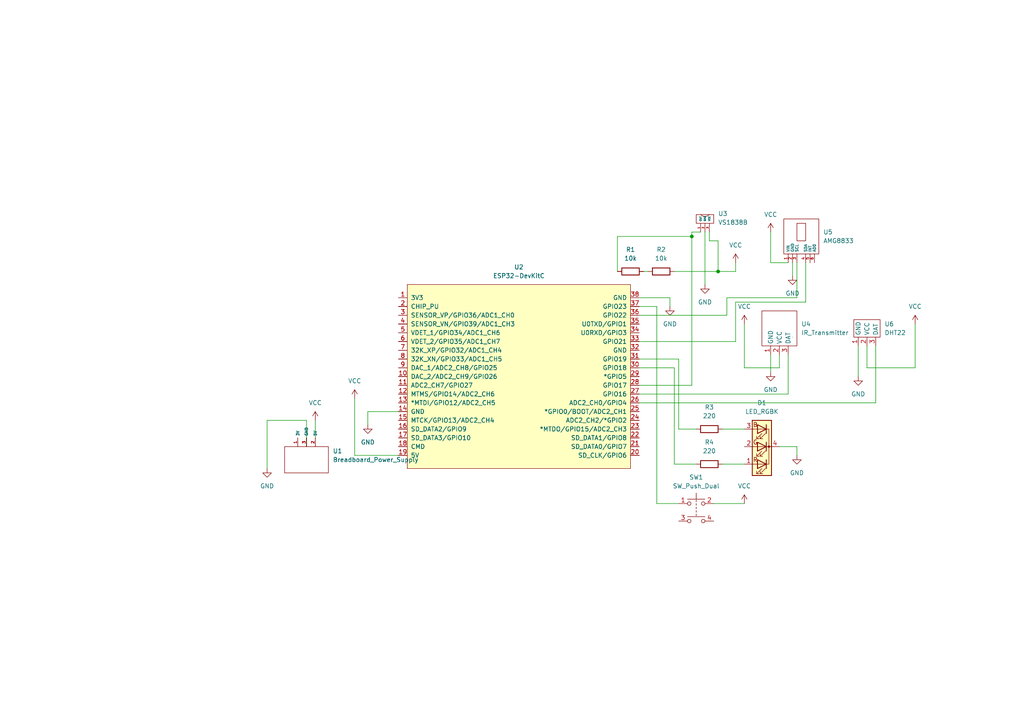
<source format=kicad_sch>
(kicad_sch (version 20211123) (generator eeschema)
  (paper "A4")
  (lib_symbols
    (symbol "AMG8833_1"
      (property "Reference" "U" (at 0 6.35 0))
      (property "Value" "AMG8833_1" (at 0 3.81 0))
      (symbol "AMG8833_1_0_1"
        (rectangle (start -5.08 2.54) (end 5.08 -7.62))
        (rectangle (start -1.27 1.27) (end 1.27 -3.81))
      )
      (symbol "AMG8833_1_1_1"
        (pin bidirectional line (at -3.81 -10.16 90) (length 2.54) (name "VIN") (number "1"))
        (pin bidirectional line (at -2.54 -10.16 90) (length 2.54) (name "GND") (number "2"))
        (pin bidirectional line (at -1.27 -10.16 90) (length 2.54) (name "SCL") (number "3"))
        (pin bidirectional line (at 1.27 -10.16 90) (length 2.54) (name "SDA") (number "4"))
        (pin bidirectional line (at 2.54 -10.16 90) (length 2.54) (name "INT") (number "5"))
        (pin bidirectional line (at 3.81 -10.16 90) (length 2.54) (name "AD0") (number "6"))
      )
    )
    (symbol "Device:LED_RGBK" (pin_names (offset 0) hide)
      (property "Reference" "D" (at 0 9.398 0))
      (property "Value" "LED_RGBK" (at 0 -8.89 0))
      (symbol "LED_RGBK_0_0"
        (text "B" (at 1.905 -6.35 0) (effects (font (size 1.27 1.27))))
        (text "G" (at 1.905 -1.27 0) (effects (font (size 1.27 1.27))))
        (text "R" (at 1.905 3.81 0) (effects (font (size 1.27 1.27))))
      )
      (symbol "LED_RGBK_0_1"
        (circle (center -2.032 0) (radius 0.254) (fill (type outline)))
        (polyline (pts (xy -1.27 -5.08) (xy 1.27 -5.08)))
        (polyline (pts (xy -1.27 -3.81) (xy -1.27 -6.35)) (stroke (width 0.254)))
        (polyline (pts (xy -1.27 0) (xy -2.54 0)))
        (polyline (pts (xy -1.27 1.27) (xy -1.27 -1.27)) (stroke (width 0.254)))
        (polyline (pts (xy -1.27 5.08) (xy 1.27 5.08)))
        (polyline (pts (xy -1.27 6.35) (xy -1.27 3.81)) (stroke (width 0.254)))
        (polyline (pts (xy 1.27 -5.08) (xy 2.54 -5.08)))
        (polyline (pts (xy 1.27 0) (xy -1.27 0)))
        (polyline (pts (xy 1.27 0) (xy 2.54 0)))
        (polyline (pts (xy 1.27 5.08) (xy 2.54 5.08)))
        (polyline (pts (xy -1.27 1.27) (xy -1.27 -1.27) (xy -1.27 -1.27)))
        (polyline (pts (xy -1.27 6.35) (xy -1.27 3.81) (xy -1.27 3.81)))
        (polyline (pts (xy -1.27 5.08) (xy -2.032 5.08) (xy -2.032 -5.08) (xy -1.016 -5.08)))
        (polyline (pts (xy 1.27 -3.81) (xy 1.27 -6.35) (xy -1.27 -5.08) (xy 1.27 -3.81)) (stroke (width 0.254)))
        (polyline (pts (xy 1.27 1.27) (xy 1.27 -1.27) (xy -1.27 0) (xy 1.27 1.27)) (stroke (width 0.254)))
        (polyline (pts (xy 1.27 6.35) (xy 1.27 3.81) (xy -1.27 5.08) (xy 1.27 6.35)) (stroke (width 0.254)))
        (polyline (pts (xy -1.016 -3.81) (xy 0.508 -2.286) (xy -0.254 -2.286) (xy 0.508 -2.286) (xy 0.508 -3.048)))
        (polyline (pts (xy -1.016 1.27) (xy 0.508 2.794) (xy -0.254 2.794) (xy 0.508 2.794) (xy 0.508 2.032)))
        (polyline (pts (xy -1.016 6.35) (xy 0.508 7.874) (xy -0.254 7.874) (xy 0.508 7.874) (xy 0.508 7.112)))
        (polyline (pts (xy 0 -3.81) (xy 1.524 -2.286) (xy 0.762 -2.286) (xy 1.524 -2.286) (xy 1.524 -3.048)))
        (polyline (pts (xy 0 1.27) (xy 1.524 2.794) (xy 0.762 2.794) (xy 1.524 2.794) (xy 1.524 2.032)))
        (polyline (pts (xy 0 6.35) (xy 1.524 7.874) (xy 0.762 7.874) (xy 1.524 7.874) (xy 1.524 7.112)))
        (rectangle (start 1.27 -1.27) (end 1.27 1.27))
        (rectangle (start 1.27 1.27) (end 1.27 1.27))
        (rectangle (start 1.27 3.81) (end 1.27 6.35))
        (rectangle (start 1.27 6.35) (end 1.27 6.35))
        (rectangle (start 2.794 8.382) (end -2.794 -7.62) (stroke (width 0.254)) (fill (type background)))
      )
      (symbol "LED_RGBK_1_1"
        (pin passive line (at 5.08 5.08 180) (length 2.54) (name "RA") (number "1"))
        (pin passive line (at 5.08 0 180) (length 2.54) (name "GA") (number "2"))
        (pin passive line (at 5.08 -5.08 180) (length 2.54) (name "BA") (number "3"))
        (pin passive line (at -5.08 0 0) (length 2.54) (name "K") (number "4"))
      )
    )
    (symbol "Device:R" (pin_numbers hide) (pin_names (offset 0))
      (property "Reference" "R" (at 2.032 0 90))
      (property "Value" "R" (at 0 0 90))
      (symbol "R_0_1"
        (rectangle (start -1.016 -2.54) (end 1.016 2.54) (stroke (width 0.254)))
      )
      (symbol "R_1_1"
        (pin passive line (at 0 3.81 270) (length 1.27) (name "~") (number "1"))
        (pin passive line (at 0 -3.81 90) (length 1.27) (name "~") (number "2"))
      )
    )
    (symbol "Espressif:ESP32-DevKitC" (pin_names (offset 1.016))
      (property "Reference" "U" (at -8.89 26.67 0))
      (property "Value" "ESP32-DevKitC" (at 0 -29.21 0))
      (symbol "ESP32-DevKitC_0_0"
        (pin power_in line (at -33.02 -11.43 0) (length 2.54) (name "GND") (number "14"))
        (pin power_in line (at -33.02 -24.13 0) (length 2.54) (name "5V") (number "19"))
      )
      (symbol "ESP32-DevKitC_0_1"
        (rectangle (start -30.48 25.4) (end 34.29 -27.94) (fill (type background)))
      )
      (symbol "ESP32-DevKitC_1_1"
        (pin power_in line (at -33.02 21.59 0) (length 2.54) (name "3V3") (number "1"))
        (pin bidirectional line (at -33.02 -1.27 0) (length 2.54) (name "DAC_2/ADC2_CH9/GPIO26") (number "10"))
        (pin bidirectional line (at -33.02 -3.81 0) (length 2.54) (name "ADC2_CH7/GPIO27") (number "11"))
        (pin bidirectional line (at -33.02 -6.35 0) (length 2.54) (name "MTMS/GPIO14/ADC2_CH6") (number "12"))
        (pin bidirectional line (at -33.02 -8.89 0) (length 2.54) (name "*MTDI/GPIO12/ADC2_CH5") (number "13"))
        (pin bidirectional line (at -33.02 -13.97 0) (length 2.54) (name "MTCK/GPIO13/ADC2_CH4") (number "15"))
        (pin bidirectional line (at -33.02 -16.51 0) (length 2.54) (name "SD_DATA2/GPIO9") (number "16"))
        (pin bidirectional line (at -33.02 -19.05 0) (length 2.54) (name "SD_DATA3/GPIO10") (number "17"))
        (pin bidirectional line (at -33.02 -21.59 0) (length 2.54) (name "CMD") (number "18"))
        (pin input line (at -33.02 19.05 0) (length 2.54) (name "CHIP_PU") (number "2"))
        (pin bidirectional line (at 36.83 -24.13 180) (length 2.54) (name "SD_CLK/GPIO6") (number "20"))
        (pin bidirectional line (at 36.83 -21.59 180) (length 2.54) (name "SD_DATA0/GPIO7") (number "21"))
        (pin bidirectional line (at 36.83 -19.05 180) (length 2.54) (name "SD_DATA1/GPIO8") (number "22"))
        (pin bidirectional line (at 36.83 -16.51 180) (length 2.54) (name "*MTDO/GPIO15/ADC2_CH3") (number "23"))
        (pin bidirectional line (at 36.83 -13.97 180) (length 2.54) (name "ADC2_CH2/*GPIO2") (number "24"))
        (pin bidirectional line (at 36.83 -11.43 180) (length 2.54) (name "*GPIO0/BOOT/ADC2_CH1") (number "25"))
        (pin bidirectional line (at 36.83 -8.89 180) (length 2.54) (name "ADC2_CH0/GPIO4") (number "26"))
        (pin bidirectional line (at 36.83 -6.35 180) (length 2.54) (name "GPIO16") (number "27"))
        (pin bidirectional line (at 36.83 -3.81 180) (length 2.54) (name "GPIO17") (number "28"))
        (pin bidirectional line (at 36.83 -1.27 180) (length 2.54) (name "*GPIO5") (number "29"))
        (pin input line (at -33.02 16.51 0) (length 2.54) (name "SENSOR_VP/GPIO36/ADC1_CH0") (number "3"))
        (pin bidirectional line (at 36.83 1.27 180) (length 2.54) (name "GPIO18") (number "30"))
        (pin bidirectional line (at 36.83 3.81 180) (length 2.54) (name "GPIO19") (number "31"))
        (pin power_in line (at 36.83 6.35 180) (length 2.54) (name "GND") (number "32"))
        (pin bidirectional line (at 36.83 8.89 180) (length 2.54) (name "GPIO21") (number "33"))
        (pin bidirectional line (at 36.83 11.43 180) (length 2.54) (name "U0RXD/GPIO3") (number "34"))
        (pin bidirectional line (at 36.83 13.97 180) (length 2.54) (name "U0TXD/GPIO1") (number "35"))
        (pin bidirectional line (at 36.83 16.51 180) (length 2.54) (name "GPIO22") (number "36"))
        (pin bidirectional line (at 36.83 19.05 180) (length 2.54) (name "GPIO23") (number "37"))
        (pin power_in line (at 36.83 21.59 180) (length 2.54) (name "GND") (number "38"))
        (pin input line (at -33.02 13.97 0) (length 2.54) (name "SENSOR_VN/GPIO39/ADC1_CH3") (number "4"))
        (pin input line (at -33.02 11.43 0) (length 2.54) (name "VDET_1/GPIO34/ADC1_CH6") (number "5"))
        (pin input line (at -33.02 8.89 0) (length 2.54) (name "VDET_2/GPIO35/ADC1_CH7") (number "6"))
        (pin bidirectional line (at -33.02 6.35 0) (length 2.54) (name "32K_XP/GPIO32/ADC1_CH4") (number "7"))
        (pin bidirectional line (at -33.02 3.81 0) (length 2.54) (name "32K_XN/GPIO33/ADC1_CH5") (number "8"))
        (pin bidirectional line (at -33.02 1.27 0) (length 2.54) (name "DAC_1/ADC2_CH8/GPIO25") (number "9"))
      )
    )
    (symbol "Switch:SW_Push_Dual" (pin_names (offset 1.016) hide)
      (property "Reference" "SW" (at 1.27 2.54 0))
      (property "Value" "SW_Push_Dual" (at 0 -6.858 0))
      (symbol "SW_Push_Dual_0_1"
        (circle (center -2.032 -5.08) (radius 0.508))
        (circle (center -2.032 0) (radius 0.508))
        (polyline (pts (xy 0 -3.048) (xy 0 -3.556)))
        (polyline (pts (xy 0 -2.032) (xy 0 -2.54)))
        (polyline (pts (xy 0 -1.524) (xy 0 -1.016)))
        (polyline (pts (xy 0 -0.508) (xy 0 0)))
        (polyline (pts (xy 0 0.508) (xy 0 1.016)))
        (polyline (pts (xy 0 1.27) (xy 0 3.048)))
        (polyline (pts (xy 2.54 -3.81) (xy -2.54 -3.81)))
        (polyline (pts (xy 2.54 1.27) (xy -2.54 1.27)))
        (circle (center 2.032 -5.08) (radius 0.508))
        (circle (center 2.032 0) (radius 0.508))
        (pin passive line (at -5.08 0 0) (length 2.54) (name "1") (number "1"))
        (pin passive line (at 5.08 0 180) (length 2.54) (name "2") (number "2"))
        (pin passive line (at -5.08 -5.08 0) (length 2.54) (name "3") (number "3"))
        (pin passive line (at 5.08 -5.08 180) (length 2.54) (name "4") (number "4"))
      )
    )
    (symbol "power:GND" (power) (pin_names (offset 0))
      (property "Value" "GND" (at 0 -3.81 0))
      (symbol "GND_0_1"
        (polyline (pts (xy 0 0) (xy 0 -1.27) (xy 1.27 -1.27) (xy 0 -2.54) (xy -1.27 -1.27) (xy 0 -1.27)))
      )
      (symbol "GND_1_1"
        (pin power_in line (at 0 0 270) (length 0) hide (name "GND") (number "1"))
      )
    )
    (symbol "power:VCC" (power) (pin_names (offset 0))
      (property "Value" "VCC" (at 0 3.81 0))
      (symbol "VCC_0_1"
        (polyline (pts (xy -0.762 1.27) (xy 0 2.54)))
        (polyline (pts (xy 0 0) (xy 0 2.54)))
        (polyline (pts (xy 0 2.54) (xy 0.762 1.27)))
      )
      (symbol "VCC_1_1"
        (pin power_in line (at 0 0 90) (length 0) hide (name "VCC") (number "1"))
      )
    )
    (symbol "smart_ac_controller:Breadboard_Power_Supply"
      (property "Reference" "U" (at 0 10.795 0))
      (property "Value" "Breadboard_Power_Supply" (at 0 -6.35 0))
      (symbol "Breadboard_Power_Supply_0_1"
        (rectangle (start -6.35 3.81) (end 6.35 -3.81))
      )
      (symbol "Breadboard_Power_Supply_1_1"
        (pin bidirectional line (at -2.54 3.81 90) (length 2.54) (name "3V") (number "1"))
        (pin bidirectional line (at 2.54 3.81 90) (length 2.54) (name "5V") (number "2"))
        (pin bidirectional line (at 0 3.81 90) (length 2.54) (name "GND") (number "3"))
      )
    )
    (symbol "smart_ac_controller:DHT22"
      (property "Reference" "U" (at 0 6.35 0))
      (property "Value" "DHT22" (at 0 3.81 0))
      (symbol "DHT22_0_1"
        (rectangle (start 3.81 2.54) (end -3.81 -2.54))
      )
      (symbol "DHT22_1_1"
        (pin bidirectional line (at -2.54 -5.08 90) (length 2.54) (name "GND") (number "1"))
        (pin bidirectional line (at 0 -5.08 90) (length 2.54) (name "VCC") (number "2"))
        (pin bidirectional line (at 2.54 -5.08 90) (length 2.54) (name "DAT") (number "3"))
      )
    )
    (symbol "smart_ac_controller:IR_Transmitter"
      (property "Reference" "U" (at 0 8.89 0))
      (property "Value" "IR_Transmitter" (at 0 6.35 0))
      (symbol "IR_Transmitter_0_1"
        (rectangle (start -5.08 5.08) (end 5.08 -5.08))
        (rectangle (start 3.81 -2.54) (end 3.81 -2.54))
      )
      (symbol "IR_Transmitter_1_1"
        (pin bidirectional line (at -2.54 -7.62 90) (length 2.54) (name "GND") (number "1"))
        (pin bidirectional line (at 0 -7.62 90) (length 2.54) (name "VCC") (number "2"))
        (pin bidirectional line (at 2.54 -7.62 90) (length 2.54) (name "DAT") (number "3"))
      )
    )
    (symbol "smart_ac_controller:VS1838B"
      (property "Reference" "U" (at 0 5.08 0))
      (property "Value" "VS1838B" (at 0 2.54 0))
      (symbol "VS1838B_0_1"
        (rectangle (start -2.54 1.27) (end 2.54 -1.27))
        (arc (start -1.27 1.2701) (mid 0 -1.7961) (end 1.27 1.2701))
      )
      (symbol "VS1838B_1_1"
        (pin bidirectional line (at -1.27 -3.81 90) (length 2.54) (name "OUT") (number "1"))
        (pin bidirectional line (at 0 -3.81 90) (length 2.54) (name "GND") (number "2"))
        (pin bidirectional line (at 1.27 -3.81 90) (length 2.54) (name "VCC") (number "3"))
      )
    )
  )
  (junction (at 208.28 78.74))
  (junction (at 200.66 68.58))
  (wire (pts (xy 226.06 106.68) (xy 226.06 102.87)))
  (wire (pts (xy 209.55 134.62) (xy 215.9 134.62)))
  (wire (pts (xy 195.58 134.62) (xy 201.93 134.62)))
  (wire (pts (xy 215.9 93.98) (xy 215.9 106.68)))
  (wire (pts (xy 251.46 100.33) (xy 251.46 106.68)))
  (wire (pts (xy 194.31 86.36) (xy 194.31 88.9)))
  (wire (pts (xy 229.87 76.2) (xy 229.87 80.01)))
  (wire (pts (xy 179.07 78.74) (xy 179.07 68.58)))
  (wire (pts (xy 102.87 115.57) (xy 102.87 132.08)))
  (wire (pts (xy 213.36 78.74) (xy 213.36 76.2)))
  (wire (pts (xy 77.47 135.89) (xy 77.47 121.92)))
  (wire (pts (xy 215.9 106.68) (xy 226.06 106.68)))
  (wire (pts (xy 204.47 67.31) (xy 204.47 82.55)))
  (wire (pts (xy 185.42 111.76) (xy 200.66 111.76)))
  (wire (pts (xy 251.46 106.68) (xy 265.43 106.68)))
  (wire (pts (xy 196.85 104.14) (xy 196.85 124.46)))
  (wire (pts (xy 226.06 129.54) (xy 231.14 129.54)))
  (wire (pts (xy 106.68 119.38) (xy 106.68 123.19)))
  (wire (pts (xy 196.85 124.46) (xy 201.93 124.46)))
  (wire (pts (xy 186.69 78.74) (xy 187.96 78.74)))
  (wire (pts (xy 213.36 87.63) (xy 213.36 99.06)))
  (wire (pts (xy 190.5 146.05) (xy 190.5 88.9)))
  (wire (pts (xy 210.82 86.36) (xy 231.14 86.36)))
  (wire (pts (xy 208.28 69.85) (xy 208.28 78.74)))
  (wire (pts (xy 205.74 67.31) (xy 205.74 69.85)))
  (wire (pts (xy 195.58 106.68) (xy 195.58 134.62)))
  (wire (pts (xy 248.92 100.33) (xy 248.92 109.22)))
  (wire (pts (xy 77.47 121.92) (xy 88.9 121.92)))
  (wire (pts (xy 209.55 124.46) (xy 215.9 124.46)))
  (wire (pts (xy 210.82 91.44) (xy 210.82 86.36)))
  (wire (pts (xy 115.57 119.38) (xy 106.68 119.38)))
  (wire (pts (xy 91.44 121.92) (xy 91.44 129.54)))
  (wire (pts (xy 254 116.84) (xy 185.42 116.84)))
  (wire (pts (xy 200.66 67.31) (xy 200.66 68.58)))
  (wire (pts (xy 190.5 88.9) (xy 185.42 88.9)))
  (wire (pts (xy 205.74 69.85) (xy 208.28 69.85)))
  (wire (pts (xy 185.42 106.68) (xy 195.58 106.68)))
  (wire (pts (xy 213.36 87.63) (xy 233.68 87.63)))
  (wire (pts (xy 195.58 78.74) (xy 208.28 78.74)))
  (wire (pts (xy 254 100.33) (xy 254 116.84)))
  (wire (pts (xy 223.52 76.2) (xy 223.52 67.31)))
  (wire (pts (xy 233.68 87.63) (xy 233.68 76.2)))
  (wire (pts (xy 231.14 129.54) (xy 231.14 132.08)))
  (wire (pts (xy 207.01 146.05) (xy 215.9 146.05)))
  (wire (pts (xy 265.43 106.68) (xy 265.43 93.98)))
  (wire (pts (xy 223.52 102.87) (xy 223.52 107.95)))
  (wire (pts (xy 228.6 114.3) (xy 185.42 114.3)))
  (wire (pts (xy 231.14 86.36) (xy 231.14 76.2)))
  (wire (pts (xy 185.42 91.44) (xy 210.82 91.44)))
  (wire (pts (xy 179.07 68.58) (xy 200.66 68.58)))
  (wire (pts (xy 185.42 86.36) (xy 194.31 86.36)))
  (wire (pts (xy 228.6 76.2) (xy 223.52 76.2)))
  (wire (pts (xy 196.85 146.05) (xy 190.5 146.05)))
  (wire (pts (xy 200.66 68.58) (xy 200.66 111.76)))
  (wire (pts (xy 102.87 132.08) (xy 115.57 132.08)))
  (wire (pts (xy 228.6 102.87) (xy 228.6 114.3)))
  (wire (pts (xy 185.42 99.06) (xy 213.36 99.06)))
  (wire (pts (xy 185.42 104.14) (xy 196.85 104.14)))
  (wire (pts (xy 208.28 78.74) (xy 213.36 78.74)))
  (wire (pts (xy 200.66 67.31) (xy 203.2 67.31)))
  (wire (pts (xy 88.9 121.92) (xy 88.9 129.54)))
  (symbol (lib_id "power:VCC") (at 215.9 146.05 0) (unit 1)
    (property "Reference" "#PWR09" (effects hide))
    (property "Value" "VCC" (at 215.9 140.97 0))
  )
  (symbol (lib_id "Switch:SW_Push_Dual") (at 201.93 146.05 0) (unit 1)
    (property "Reference" "SW1" (at 201.93 138.43 0))
    (property "Value" "SW_Push_Dual" (at 201.93 140.97 0))
    (property "Footprint" "Button_Switch_THT:SW_PUSH-12mm" (effects hide))
  )
  (symbol (lib_id "Espressif:ESP32-DevKitC") (at 148.59 107.95 0) (unit 1)
    (property "Reference" "U2" (at 150.495 77.47 0))
    (property "Value" "ESP32-DevKitC" (at 150.495 80.01 0))
    (property "Footprint" "Espressif:ESP32-DevKitC" (effects hide))
    (property "Datasheet" "https://docs.espressif.com/projects/esp-idf/zh_CN/latest/esp32/hw-reference/esp32/get-started-devkitc.html" (effects hide))
  )
  (symbol (lib_id "power:VCC") (at 265.43 93.98 0) (unit 1)
    (property "Reference" "#PWR015" (effects hide))
    (property "Value" "VCC" (at 265.43 88.9 0))
  )
  (symbol (lib_id "smart_ac_controller:VS1838B") (at 204.47 63.5 0) (unit 1)
    (property "Reference" "U3" (at 208.28 61.9668 0) (effects (justify left)))
    (property "Value" "VS1838B" (at 208.28 64.5068 0) (effects (justify left)))
    (property "Footprint" "smart_ac_controller:VS1838B" (effects hide))
  )
  (symbol (lib_id "Device:R") (at 205.74 124.46 90) (unit 1)
    (property "Reference" "R3" (at 205.74 118.11 90))
    (property "Value" "220" (at 205.74 120.65 90))
    (property "Footprint" "Resistor_THT:R_Axial_DIN0207_L6.3mm_D2.5mm_P7.62mm_Horizontal" (effects hide))
  )
  (symbol (lib_id "power:GND") (at 194.31 88.9 0) (unit 1)
    (property "Reference" "#PWR05" (effects hide))
    (property "Value" "GND" (at 194.31 93.98 0))
  )
  (symbol (lib_id "Device:R") (at 191.77 78.74 270) (unit 1)
    (property "Reference" "R2" (at 191.77 72.39 90))
    (property "Value" "10k" (at 191.77 74.93 90))
    (property "Footprint" "Resistor_THT:R_Axial_DIN0207_L6.3mm_D2.5mm_P7.62mm_Horizontal" (effects hide))
  )
  (symbol (lib_id "power:VCC") (at 215.9 93.98 0) (unit 1)
    (property "Reference" "#PWR08" (effects hide))
    (property "Value" "VCC" (at 215.9 88.9 0))
  )
  (symbol (lib_id "smart_ac_controller:Breadboard_Power_Supply") (at 88.9 133.35 0) (unit 1)
    (property "Reference" "U1" (at 96.52 130.8099 0) (effects (justify left)))
    (property "Value" "Breadboard_Power_Supply" (at 96.52 133.3499 0) (effects (justify left)))
    (property "Footprint" "smart_ac_controller:Breadboard Power Supply" (effects hide))
  )
  (symbol (lib_id "power:VCC") (at 102.87 115.57 0) (unit 1)
    (property "Reference" "#PWR03" (effects hide))
    (property "Value" "VCC" (at 102.87 110.49 0))
  )
  (symbol (lib_id "Device:R") (at 182.88 78.74 270) (unit 1)
    (property "Reference" "R1" (at 182.88 72.39 90))
    (property "Value" "10k" (at 182.88 74.93 90))
    (property "Footprint" "Resistor_THT:R_Axial_DIN0207_L6.3mm_D2.5mm_P7.62mm_Horizontal" (effects hide))
  )
  (symbol (lib_id "power:GND") (at 248.92 109.22 0) (unit 1)
    (property "Reference" "#PWR014" (effects hide))
    (property "Value" "GND" (at 248.92 114.3 0))
  )
  (symbol (lib_id "power:GND") (at 106.68 123.19 0) (unit 1)
    (property "Reference" "#PWR04" (effects hide))
    (property "Value" "GND" (at 106.68 128.27 0))
  )
  (symbol (lib_id "power:GND") (at 77.47 135.89 0) (unit 1)
    (property "Reference" "#PWR01" (effects hide))
    (property "Value" "GND" (at 77.47 140.97 0))
  )
  (symbol (lib_id "power:VCC") (at 213.36 76.2 0) (unit 1)
    (property "Reference" "#PWR07" (effects hide))
    (property "Value" "VCC" (at 213.36 71.12 0))
  )
  (symbol (lib_id "power:VCC") (at 223.52 67.31 0) (unit 1)
    (property "Reference" "#PWR010" (effects hide))
    (property "Value" "VCC" (at 223.52 62.23 0))
  )
  (symbol (lib_id "power:GND") (at 204.47 82.55 0) (unit 1)
    (property "Reference" "#PWR06" (effects hide))
    (property "Value" "GND" (at 204.47 87.63 0))
  )
  (symbol (lib_id "Device:LED_RGBK") (at 220.98 129.54 180) (unit 1)
    (property "Reference" "D1" (at 220.98 116.84 0))
    (property "Value" "LED_RGBK" (at 220.98 119.38 0))
    (property "Footprint" "smart_ac_controller:LED_D5.0mm-4_RGB" (effects hide))
  )
  (symbol (lib_name "AMG8833_1") (lib_id "smart_ac_controller:AMG8833") (at 232.41 66.04 0) (unit 1)
    (property "Reference" "U5" (at 238.76 67.3099 0) (effects (justify left)))
    (property "Value" "AMG8833" (at 238.76 69.8499 0) (effects (justify left)))
    (property "Footprint" "smart_ac_controller:AMG8833" (effects hide))
  )
  (symbol (lib_id "smart_ac_controller:DHT22") (at 251.46 95.25 0) (unit 1)
    (property "Reference" "U6" (at 256.54 93.9799 0) (effects (justify left)))
    (property "Value" "DHT22" (at 256.54 96.5199 0) (effects (justify left)))
    (property "Footprint" "smart_ac_controller:DHT22" (effects hide))
  )
  (symbol (lib_id "Device:R") (at 205.74 134.62 90) (unit 1)
    (property "Reference" "R4" (at 205.74 128.27 90))
    (property "Value" "220" (at 205.74 130.81 90))
    (property "Footprint" "Resistor_THT:R_Axial_DIN0207_L6.3mm_D2.5mm_P7.62mm_Horizontal" (effects hide))
  )
  (symbol (lib_id "power:GND") (at 231.14 132.08 0) (unit 1)
    (property "Reference" "#PWR013" (effects hide))
    (property "Value" "GND" (at 231.14 137.16 0))
  )
  (symbol (lib_id "power:GND") (at 223.52 107.95 0) (unit 1)
    (property "Reference" "#PWR011" (effects hide))
    (property "Value" "GND" (at 223.52 113.03 0))
  )
  (symbol (lib_id "power:VCC") (at 91.44 121.92 0) (unit 1)
    (property "Reference" "#PWR02" (effects hide))
    (property "Value" "VCC" (at 91.44 116.84 0))
  )
  (symbol (lib_id "power:GND") (at 229.87 80.01 0) (unit 1)
    (property "Reference" "#PWR012" (effects hide))
    (property "Value" "GND" (at 229.87 85.09 0))
  )
  (symbol (lib_id "smart_ac_controller:IR_Transmitter") (at 226.06 95.25 0) (unit 1)
    (property "Reference" "U4" (at 232.41 93.9799 0) (effects (justify left)))
    (property "Value" "IR_Transmitter" (at 232.41 96.5199 0) (effects (justify left)))
    (property "Footprint" "smart_ac_controller:IR_Transmitter" (effects hide))
  )
)
</source>
